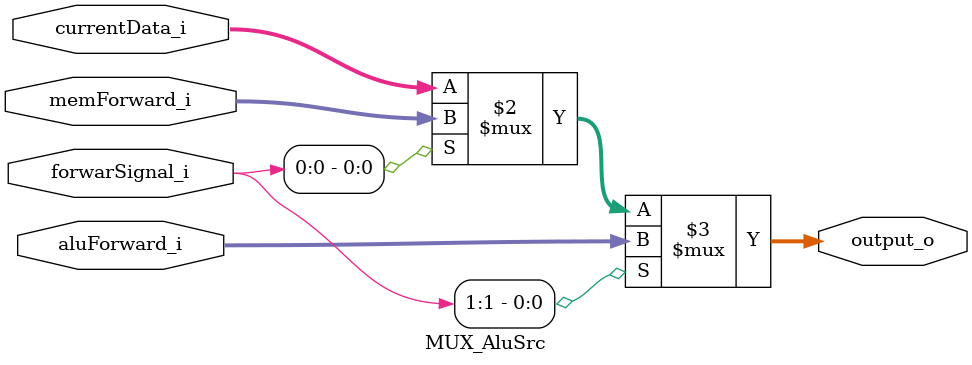
<source format=v>
module MUX_AluSrc
(
    currentData_i,
    aluForward_i,
    memForward_i,
    forwarSignal_i,
    output_o
);

//ForwardA = 00  ID/EX
//ForwardA = 10 EX/MEM
//ForwardA = 01 MEM/WB
// Interface
input       [31:0] currentData_i;
input       [31:0] aluForward_i;
input       [31:0] memForward_i;
input       [1:0]  forwarSignal_i;
output reg  [31:0] output_o = 0;

// Calculate
always @(*) begin
    output_o = (forwarSignal_i[1])? aluForward_i: (forwarSignal_i[0])? memForward_i: currentData_i;
end

endmodule
</source>
